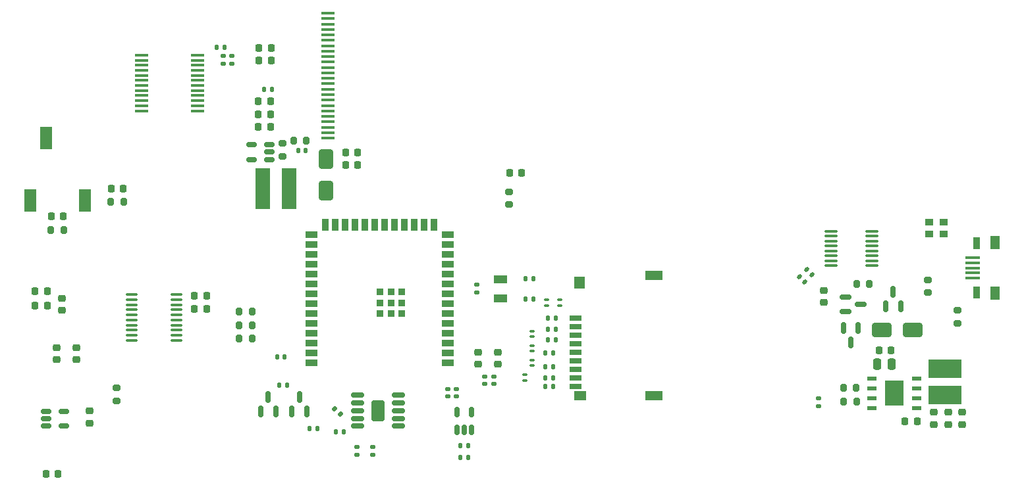
<source format=gtp>
%TF.GenerationSoftware,KiCad,Pcbnew,8.0.5-8.0.5-0~ubuntu24.04.1*%
%TF.CreationDate,2024-10-26T16:28:48+08:00*%
%TF.ProjectId,EL6170_Pro_Max_Plus,454c3631-3730-45f5-9072-6f5f4d61785f,rev?*%
%TF.SameCoordinates,Original*%
%TF.FileFunction,Paste,Top*%
%TF.FilePolarity,Positive*%
%FSLAX46Y46*%
G04 Gerber Fmt 4.6, Leading zero omitted, Abs format (unit mm)*
G04 Created by KiCad (PCBNEW 8.0.5-8.0.5-0~ubuntu24.04.1) date 2024-10-26 16:28:48*
%MOMM*%
%LPD*%
G01*
G04 APERTURE LIST*
G04 Aperture macros list*
%AMRoundRect*
0 Rectangle with rounded corners*
0 $1 Rounding radius*
0 $2 $3 $4 $5 $6 $7 $8 $9 X,Y pos of 4 corners*
0 Add a 4 corners polygon primitive as box body*
4,1,4,$2,$3,$4,$5,$6,$7,$8,$9,$2,$3,0*
0 Add four circle primitives for the rounded corners*
1,1,$1+$1,$2,$3*
1,1,$1+$1,$4,$5*
1,1,$1+$1,$6,$7*
1,1,$1+$1,$8,$9*
0 Add four rect primitives between the rounded corners*
20,1,$1+$1,$2,$3,$4,$5,0*
20,1,$1+$1,$4,$5,$6,$7,0*
20,1,$1+$1,$6,$7,$8,$9,0*
20,1,$1+$1,$8,$9,$2,$3,0*%
G04 Aperture macros list end*
%ADD10RoundRect,0.140000X0.140000X0.170000X-0.140000X0.170000X-0.140000X-0.170000X0.140000X-0.170000X0*%
%ADD11RoundRect,0.135000X0.135000X0.185000X-0.135000X0.185000X-0.135000X-0.185000X0.135000X-0.185000X0*%
%ADD12RoundRect,0.200000X0.200000X0.275000X-0.200000X0.275000X-0.200000X-0.275000X0.200000X-0.275000X0*%
%ADD13RoundRect,0.140000X0.219203X0.021213X0.021213X0.219203X-0.219203X-0.021213X-0.021213X-0.219203X0*%
%ADD14RoundRect,0.150000X0.150000X-0.587500X0.150000X0.587500X-0.150000X0.587500X-0.150000X-0.587500X0*%
%ADD15RoundRect,0.225000X0.225000X0.250000X-0.225000X0.250000X-0.225000X-0.250000X0.225000X-0.250000X0*%
%ADD16RoundRect,0.140000X-0.170000X0.140000X-0.170000X-0.140000X0.170000X-0.140000X0.170000X0.140000X0*%
%ADD17RoundRect,0.100000X-0.637500X-0.100000X0.637500X-0.100000X0.637500X0.100000X-0.637500X0.100000X0*%
%ADD18RoundRect,0.225000X-0.225000X-0.250000X0.225000X-0.250000X0.225000X0.250000X-0.225000X0.250000X0*%
%ADD19RoundRect,0.135000X-0.185000X0.135000X-0.185000X-0.135000X0.185000X-0.135000X0.185000X0.135000X0*%
%ADD20RoundRect,0.225000X0.250000X-0.225000X0.250000X0.225000X-0.250000X0.225000X-0.250000X-0.225000X0*%
%ADD21RoundRect,0.140000X-0.140000X-0.170000X0.140000X-0.170000X0.140000X0.170000X-0.140000X0.170000X0*%
%ADD22RoundRect,0.225000X-0.250000X0.225000X-0.250000X-0.225000X0.250000X-0.225000X0.250000X0.225000X0*%
%ADD23R,1.600000X0.700000*%
%ADD24R,1.600000X1.200000*%
%ADD25R,2.200000X1.200000*%
%ADD26R,1.400000X1.600000*%
%ADD27RoundRect,0.200000X-0.200000X-0.275000X0.200000X-0.275000X0.200000X0.275000X-0.200000X0.275000X0*%
%ADD28RoundRect,0.135000X-0.135000X-0.185000X0.135000X-0.185000X0.135000X0.185000X-0.135000X0.185000X0*%
%ADD29RoundRect,0.050000X0.250000X-0.100000X0.250000X0.100000X-0.250000X0.100000X-0.250000X-0.100000X0*%
%ADD30RoundRect,0.150000X0.150000X-0.512500X0.150000X0.512500X-0.150000X0.512500X-0.150000X-0.512500X0*%
%ADD31RoundRect,0.135000X0.226274X0.035355X0.035355X0.226274X-0.226274X-0.035355X-0.035355X-0.226274X0*%
%ADD32RoundRect,0.150000X-0.512500X-0.150000X0.512500X-0.150000X0.512500X0.150000X-0.512500X0.150000X0*%
%ADD33R,4.300000X2.400000*%
%ADD34RoundRect,0.050000X-0.250000X0.100000X-0.250000X-0.100000X0.250000X-0.100000X0.250000X0.100000X0*%
%ADD35R,1.500000X3.000000*%
%ADD36RoundRect,0.250000X-0.650000X1.000000X-0.650000X-1.000000X0.650000X-1.000000X0.650000X1.000000X0*%
%ADD37RoundRect,0.150000X-0.150000X0.587500X-0.150000X-0.587500X0.150000X-0.587500X0.150000X0.587500X0*%
%ADD38RoundRect,0.200000X-0.275000X0.200000X-0.275000X-0.200000X0.275000X-0.200000X0.275000X0.200000X0*%
%ADD39RoundRect,0.150000X-0.587500X-0.150000X0.587500X-0.150000X0.587500X0.150000X-0.587500X0.150000X0*%
%ADD40RoundRect,0.140000X0.170000X-0.140000X0.170000X0.140000X-0.170000X0.140000X-0.170000X-0.140000X0*%
%ADD41R,1.850000X0.400000*%
%ADD42R,1.300000X1.720000*%
%ADD43R,0.900000X1.620000*%
%ADD44R,1.000000X0.900000*%
%ADD45RoundRect,0.250000X0.595000X1.080000X-0.595000X1.080000X-0.595000X-1.080000X0.595000X-1.080000X0*%
%ADD46RoundRect,0.150000X0.687500X0.150000X-0.687500X0.150000X-0.687500X-0.150000X0.687500X-0.150000X0*%
%ADD47RoundRect,0.100000X-0.712500X-0.100000X0.712500X-0.100000X0.712500X0.100000X-0.712500X0.100000X0*%
%ADD48RoundRect,0.200000X0.275000X-0.200000X0.275000X0.200000X-0.275000X0.200000X-0.275000X-0.200000X0*%
%ADD49RoundRect,0.250000X-1.000000X-0.650000X1.000000X-0.650000X1.000000X0.650000X-1.000000X0.650000X0*%
%ADD50R,1.900000X5.300000*%
%ADD51R,1.750000X0.450000*%
%ADD52RoundRect,0.218750X-0.218750X-0.256250X0.218750X-0.256250X0.218750X0.256250X-0.218750X0.256250X0*%
%ADD53R,0.900000X0.900000*%
%ADD54R,1.500000X0.900000*%
%ADD55R,0.900000X1.500000*%
%ADD56RoundRect,0.135000X0.185000X-0.135000X0.185000X0.135000X-0.185000X0.135000X-0.185000X-0.135000X0*%
%ADD57R,1.800000X0.400000*%
%ADD58R,1.200000X0.600000*%
%ADD59R,2.400000X3.300000*%
%ADD60RoundRect,0.150000X0.512500X0.150000X-0.512500X0.150000X-0.512500X-0.150000X0.512500X-0.150000X0*%
%ADD61RoundRect,0.250000X-0.250000X-0.475000X0.250000X-0.475000X0.250000X0.475000X-0.250000X0.475000X0*%
%ADD62R,1.800000X1.000000*%
G04 APERTURE END LIST*
D10*
%TO.C,C48*%
X158780000Y-101700000D03*
X157820000Y-101700000D03*
%TD*%
D11*
%TO.C,R24*%
X161310000Y-115550000D03*
X160290000Y-115550000D03*
%TD*%
D12*
%TO.C,R23*%
X200325000Y-117500000D03*
X198675000Y-117500000D03*
%TD*%
D10*
%TO.C,C47*%
X158780000Y-104300000D03*
X157820000Y-104300000D03*
%TD*%
D13*
%TO.C,C25*%
X194589411Y-101189411D03*
X193910589Y-100510589D03*
%TD*%
D11*
%TO.C,R30*%
X161710000Y-106750000D03*
X160690000Y-106750000D03*
%TD*%
D14*
%TO.C,Q3*%
X204100000Y-105237500D03*
X206000000Y-105237500D03*
X205050000Y-103362500D03*
%TD*%
D15*
%TO.C,C7*%
X124975000Y-78850000D03*
X123425000Y-78850000D03*
%TD*%
D16*
%TO.C,C44*%
X152500000Y-114320000D03*
X152500000Y-115280000D03*
%TD*%
D17*
%TO.C,U9*%
X107137500Y-103775000D03*
X107137500Y-104425000D03*
X107137500Y-105075000D03*
X107137500Y-105725000D03*
X107137500Y-106375000D03*
X107137500Y-107025000D03*
X107137500Y-107675000D03*
X107137500Y-108325000D03*
X107137500Y-108975000D03*
X107137500Y-109625000D03*
X112862500Y-109625000D03*
X112862500Y-108975000D03*
X112862500Y-108325000D03*
X112862500Y-107675000D03*
X112862500Y-107025000D03*
X112862500Y-106375000D03*
X112862500Y-105725000D03*
X112862500Y-105075000D03*
X112862500Y-104425000D03*
X112862500Y-103775000D03*
%TD*%
D18*
%TO.C,C4*%
X134625000Y-87100000D03*
X136175000Y-87100000D03*
%TD*%
D19*
%TO.C,R25*%
X120000000Y-72990000D03*
X120000000Y-74010000D03*
%TD*%
D18*
%TO.C,C3*%
X134625000Y-85425000D03*
X136175000Y-85425000D03*
%TD*%
D20*
%TO.C,C34*%
X100062500Y-112150000D03*
X100062500Y-110600000D03*
%TD*%
D21*
%TO.C,C20*%
X125820000Y-111800000D03*
X126780000Y-111800000D03*
%TD*%
D22*
%TO.C,C40*%
X213900000Y-118925000D03*
X213900000Y-120475000D03*
%TD*%
D23*
%TO.C,J2*%
X164200000Y-106800000D03*
X164200000Y-107900000D03*
X164200000Y-109000000D03*
X164200000Y-110100000D03*
X164200000Y-111200000D03*
X164200000Y-112300000D03*
X164200000Y-113400000D03*
X164200000Y-114500000D03*
X164200000Y-115600000D03*
D24*
X164800000Y-116800000D03*
D25*
X174300000Y-116800000D03*
X174300000Y-101300000D03*
D26*
X164700000Y-102200000D03*
%TD*%
D22*
%TO.C,C46*%
X196150000Y-103200000D03*
X196150000Y-104750000D03*
%TD*%
D27*
%TO.C,R17*%
X120975000Y-109380000D03*
X122625000Y-109380000D03*
%TD*%
D28*
%TO.C,R9*%
X126090000Y-115400000D03*
X127110000Y-115400000D03*
%TD*%
D10*
%TO.C,C16*%
X150380000Y-124700000D03*
X149420000Y-124700000D03*
%TD*%
D12*
%TO.C,R12*%
X129625000Y-83900000D03*
X127975000Y-83900000D03*
%TD*%
D22*
%TO.C,C35*%
X97500000Y-110600000D03*
X97500000Y-112150000D03*
%TD*%
%TO.C,C41*%
X212100000Y-118925000D03*
X212100000Y-120475000D03*
%TD*%
D29*
%TO.C,D8*%
X158600000Y-112900000D03*
X158600000Y-112200000D03*
%TD*%
D30*
%TO.C,U5*%
X148950000Y-121187500D03*
X149900000Y-121187500D03*
X150850000Y-121187500D03*
X150850000Y-118912500D03*
X148950000Y-118912500D03*
%TD*%
D19*
%TO.C,R6*%
X138100000Y-123390000D03*
X138100000Y-124410000D03*
%TD*%
D22*
%TO.C,C29*%
X98200000Y-104225000D03*
X98200000Y-105775000D03*
%TD*%
D31*
%TO.C,R7*%
X133960624Y-119160624D03*
X133239376Y-118439376D03*
%TD*%
D19*
%TO.C,R32*%
X118900000Y-72990000D03*
X118900000Y-74010000D03*
%TD*%
D32*
%TO.C,U10*%
X96114545Y-118773345D03*
X96114545Y-119723345D03*
X96114545Y-120673345D03*
X98389545Y-120673345D03*
X98389545Y-118773345D03*
%TD*%
D11*
%TO.C,R8*%
X131000000Y-121000000D03*
X129980000Y-121000000D03*
%TD*%
D22*
%TO.C,C42*%
X210300000Y-118925000D03*
X210300000Y-120475000D03*
%TD*%
D33*
%TO.C,L6*%
X211700000Y-113300000D03*
X211700000Y-116700000D03*
%TD*%
D34*
%TO.C,D10*%
X162200000Y-104450000D03*
X162200000Y-105150000D03*
%TD*%
D29*
%TO.C,D7*%
X158600000Y-111000000D03*
X158600000Y-110300000D03*
%TD*%
D19*
%TO.C,R5*%
X136100000Y-123390000D03*
X136100000Y-124410000D03*
%TD*%
D35*
%TO.C,Audio1*%
X94100000Y-91600000D03*
X96100000Y-83600000D03*
X101100000Y-91600000D03*
%TD*%
D36*
%TO.C,D3*%
X132100000Y-86325000D03*
X132100000Y-90325000D03*
%TD*%
D27*
%TO.C,R13*%
X104475000Y-91800000D03*
X106125000Y-91800000D03*
%TD*%
D13*
%TO.C,C24*%
X193639411Y-102139411D03*
X192960589Y-101460589D03*
%TD*%
D37*
%TO.C,Q4*%
X200550000Y-108062500D03*
X198650000Y-108062500D03*
X199600000Y-109937500D03*
%TD*%
D38*
%TO.C,R34*%
X213300000Y-105775000D03*
X213300000Y-107425000D03*
%TD*%
D11*
%TO.C,R26*%
X161710000Y-109550000D03*
X160690000Y-109550000D03*
%TD*%
D28*
%TO.C,R1*%
X124190000Y-77300000D03*
X125210000Y-77300000D03*
%TD*%
D39*
%TO.C,Q5*%
X198962500Y-104050000D03*
X198962500Y-105950000D03*
X200837500Y-105000000D03*
%TD*%
D40*
%TO.C,C18*%
X147800000Y-116900000D03*
X147800000Y-115940000D03*
%TD*%
D18*
%TO.C,C28*%
X96825000Y-93700000D03*
X98375000Y-93700000D03*
%TD*%
D12*
%TO.C,R21*%
X200300000Y-115800000D03*
X198650000Y-115800000D03*
%TD*%
D16*
%TO.C,C45*%
X153700000Y-114320000D03*
X153700000Y-115280000D03*
%TD*%
D15*
%TO.C,C1*%
X125075000Y-71950000D03*
X123525000Y-71950000D03*
%TD*%
D41*
%TO.C,USB1*%
X215280000Y-101630000D03*
X215280000Y-100980000D03*
X215280000Y-100330000D03*
X215280000Y-99680000D03*
X215280000Y-99030000D03*
D42*
X218120000Y-103570000D03*
D43*
X215760000Y-103520000D03*
X215760000Y-97140000D03*
D42*
X218120000Y-97090000D03*
%TD*%
D18*
%TO.C,C27*%
X104525000Y-90100000D03*
X106075000Y-90100000D03*
%TD*%
D11*
%TO.C,R28*%
X161310000Y-113050000D03*
X160290000Y-113050000D03*
%TD*%
D18*
%TO.C,C31*%
X94725000Y-103300000D03*
X96275000Y-103300000D03*
%TD*%
D44*
%TO.C,X2*%
X209680000Y-95980000D03*
X211520000Y-95980000D03*
X211520000Y-94420000D03*
X209680000Y-94420000D03*
%TD*%
D27*
%TO.C,R16*%
X120975000Y-107680000D03*
X122625000Y-107680000D03*
%TD*%
D15*
%TO.C,C6*%
X124975000Y-80500000D03*
X123425000Y-80500000D03*
%TD*%
D45*
%TO.C,U6*%
X138800000Y-118700000D03*
D46*
X141437500Y-120700000D03*
X141437500Y-119700000D03*
X141437500Y-118700000D03*
X141437500Y-117700000D03*
X141437500Y-116700000D03*
X136162500Y-116700000D03*
X136162500Y-117700000D03*
X136162500Y-118700000D03*
X136162500Y-119700000D03*
X136162500Y-120700000D03*
%TD*%
D47*
%TO.C,U8*%
X197050000Y-95577500D03*
X197050000Y-96212500D03*
X197050000Y-96847500D03*
X197050000Y-97482500D03*
X197050000Y-98117500D03*
X197050000Y-98752500D03*
X197050000Y-99387500D03*
X197050000Y-100022500D03*
X202325000Y-100022500D03*
X202325000Y-99387500D03*
X202325000Y-98752500D03*
X202325000Y-98117500D03*
X202325000Y-97482500D03*
X202325000Y-96847500D03*
X202325000Y-96212500D03*
X202325000Y-95577500D03*
%TD*%
D48*
%TO.C,R19*%
X105200000Y-117425000D03*
X105200000Y-115775000D03*
%TD*%
D10*
%TO.C,C17*%
X150380000Y-123200000D03*
X149420000Y-123200000D03*
%TD*%
D48*
%TO.C,R10*%
X155700568Y-92163495D03*
X155700568Y-90513495D03*
%TD*%
D49*
%TO.C,D5*%
X203550000Y-108300000D03*
X207550000Y-108300000D03*
%TD*%
D15*
%TO.C,C2*%
X125075000Y-73600000D03*
X123525000Y-73600000D03*
%TD*%
D11*
%TO.C,R33*%
X119110000Y-71900000D03*
X118090000Y-71900000D03*
%TD*%
D50*
%TO.C,L5*%
X124000000Y-90100000D03*
X127400000Y-90100000D03*
%TD*%
D27*
%TO.C,R15*%
X120975000Y-105980000D03*
X122625000Y-105980000D03*
%TD*%
D51*
%TO.C,U12*%
X108400000Y-72925000D03*
X108400000Y-73575000D03*
X108400000Y-74225000D03*
X108400000Y-74875000D03*
X108400000Y-75525000D03*
X108400000Y-76175000D03*
X108400000Y-76825000D03*
X108400000Y-77475000D03*
X108400000Y-78125000D03*
X108400000Y-78775000D03*
X108400000Y-79425000D03*
X108400000Y-80075000D03*
X115600000Y-80075000D03*
X115600000Y-79425000D03*
X115600000Y-78775000D03*
X115600000Y-78125000D03*
X115600000Y-77475000D03*
X115600000Y-76825000D03*
X115600000Y-76175000D03*
X115600000Y-75525000D03*
X115600000Y-74875000D03*
X115600000Y-74225000D03*
X115600000Y-73575000D03*
X115600000Y-72925000D03*
%TD*%
D27*
%TO.C,R22*%
X200325000Y-102400000D03*
X201975000Y-102400000D03*
%TD*%
D18*
%TO.C,C32*%
X115225000Y-103900000D03*
X116775000Y-103900000D03*
%TD*%
%TO.C,C33*%
X115225000Y-105600000D03*
X116775000Y-105600000D03*
%TD*%
D34*
%TO.C,D11*%
X160500000Y-104450000D03*
X160500000Y-105150000D03*
%TD*%
D52*
%TO.C,D2*%
X155712500Y-88100000D03*
X157287500Y-88100000D03*
%TD*%
D53*
%TO.C,U13*%
X141900000Y-103400000D03*
X141895606Y-106200000D03*
X141895606Y-104800000D03*
X140500000Y-103400000D03*
X140495606Y-106200000D03*
X140495606Y-104800000D03*
X139100000Y-103400000D03*
X139095606Y-106200000D03*
X139095606Y-104800000D03*
D54*
X147745606Y-112520000D03*
X147745606Y-111250000D03*
X147745606Y-109980000D03*
X147745606Y-108710000D03*
X147745606Y-107440000D03*
X147745606Y-106170000D03*
X147745606Y-104900000D03*
X147745606Y-103630000D03*
X147745606Y-102360000D03*
X147745606Y-101090000D03*
X147745606Y-99820000D03*
X147745606Y-98550000D03*
X147745606Y-97280000D03*
X147745606Y-96010000D03*
D55*
X145980606Y-94760000D03*
X144710606Y-94760000D03*
X143440606Y-94760000D03*
X142170606Y-94760000D03*
X140900606Y-94760000D03*
X139630606Y-94760000D03*
X138360606Y-94760000D03*
X137090606Y-94760000D03*
X135820606Y-94760000D03*
X134550606Y-94760000D03*
X133280606Y-94760000D03*
X132010606Y-94760000D03*
D54*
X130245606Y-96010000D03*
X130245606Y-97280000D03*
X130245606Y-98550000D03*
X130245606Y-99820000D03*
X130245606Y-101090000D03*
X130245606Y-102360000D03*
X130245606Y-103630000D03*
X130245606Y-104900000D03*
X130245606Y-106170000D03*
X130245606Y-107440000D03*
X130245606Y-108710000D03*
X130245606Y-109980000D03*
X130245606Y-111250000D03*
X130245606Y-112520000D03*
%TD*%
D40*
%TO.C,C19*%
X148900000Y-116900000D03*
X148900000Y-115940000D03*
%TD*%
D56*
%TO.C,R4*%
X151500000Y-103510000D03*
X151500000Y-102490000D03*
%TD*%
D57*
%TO.C,SH1*%
X132400000Y-83600000D03*
X132400000Y-82900000D03*
X132400000Y-82200000D03*
X132400000Y-81500000D03*
X132400000Y-80800000D03*
X132400000Y-80100000D03*
X132400000Y-79400000D03*
X132400000Y-78700000D03*
X132400000Y-78000000D03*
X132400000Y-77300000D03*
X132400000Y-76600000D03*
X132400000Y-75900000D03*
X132400000Y-75200000D03*
X132400000Y-74500000D03*
X132400000Y-73800000D03*
X132400000Y-73100000D03*
X132400000Y-72400000D03*
X132400000Y-71700000D03*
X132400000Y-71000000D03*
X132400000Y-70300000D03*
X132400000Y-69600000D03*
X132400000Y-68900000D03*
X132400000Y-68200000D03*
X132400000Y-67500000D03*
%TD*%
D15*
%TO.C,C43*%
X208112990Y-120092532D03*
X206562990Y-120092532D03*
%TD*%
D58*
%TO.C,U11*%
X202290000Y-114540000D03*
X202290000Y-115810000D03*
X202290000Y-117090000D03*
X202290000Y-118360000D03*
X208110000Y-118360000D03*
X208110000Y-117090000D03*
X208110000Y-115810000D03*
X208110000Y-114540000D03*
D59*
X205200000Y-116450000D03*
%TD*%
D14*
%TO.C,Q1*%
X123750000Y-118837500D03*
X125650000Y-118837500D03*
X124700000Y-116962500D03*
%TD*%
D22*
%TO.C,C49*%
X154210000Y-111200000D03*
X154210000Y-112750000D03*
%TD*%
D27*
%TO.C,R14*%
X96775000Y-95400000D03*
X98425000Y-95400000D03*
%TD*%
D48*
%TO.C,R35*%
X209500000Y-103525000D03*
X209500000Y-101875000D03*
%TD*%
D15*
%TO.C,C5*%
X124975000Y-82150000D03*
X123425000Y-82150000D03*
%TD*%
D60*
%TO.C,U2*%
X124837500Y-86350000D03*
X124837500Y-85400000D03*
X124837500Y-84450000D03*
X122562500Y-84450000D03*
X122562500Y-86350000D03*
%TD*%
D21*
%TO.C,C26*%
X128570000Y-85200000D03*
X129530000Y-85200000D03*
%TD*%
D11*
%TO.C,R31*%
X161710000Y-108250000D03*
X160690000Y-108250000D03*
%TD*%
D14*
%TO.C,Q2*%
X127750000Y-118837500D03*
X129650000Y-118837500D03*
X128700000Y-116962500D03*
%TD*%
D61*
%TO.C,C39*%
X202950000Y-112700000D03*
X204850000Y-112700000D03*
%TD*%
D29*
%TO.C,D6*%
X158600000Y-109150000D03*
X158600000Y-108450000D03*
%TD*%
D18*
%TO.C,C36*%
X96152045Y-126823345D03*
X97702045Y-126823345D03*
%TD*%
%TO.C,C38*%
X203225000Y-110900000D03*
X204775000Y-110900000D03*
%TD*%
D22*
%TO.C,C50*%
X151700000Y-111200000D03*
X151700000Y-112750000D03*
%TD*%
D38*
%TO.C,R11*%
X126500000Y-84275000D03*
X126500000Y-85925000D03*
%TD*%
D21*
%TO.C,C21*%
X133420000Y-121400000D03*
X134380000Y-121400000D03*
%TD*%
D15*
%TO.C,C30*%
X96275000Y-105200000D03*
X94725000Y-105200000D03*
%TD*%
D22*
%TO.C,C37*%
X101752045Y-118748345D03*
X101752045Y-120298345D03*
%TD*%
D62*
%TO.C,Y1*%
X154600000Y-104250000D03*
X154600000Y-101750000D03*
%TD*%
D11*
%TO.C,R27*%
X161310000Y-111250000D03*
X160290000Y-111250000D03*
%TD*%
D29*
%TO.C,D9*%
X157700000Y-114800000D03*
X157700000Y-114100000D03*
%TD*%
D11*
%TO.C,R29*%
X161310000Y-114450000D03*
X160290000Y-114450000D03*
%TD*%
D19*
%TO.C,R36*%
X195450000Y-117140000D03*
X195450000Y-118160000D03*
%TD*%
M02*

</source>
